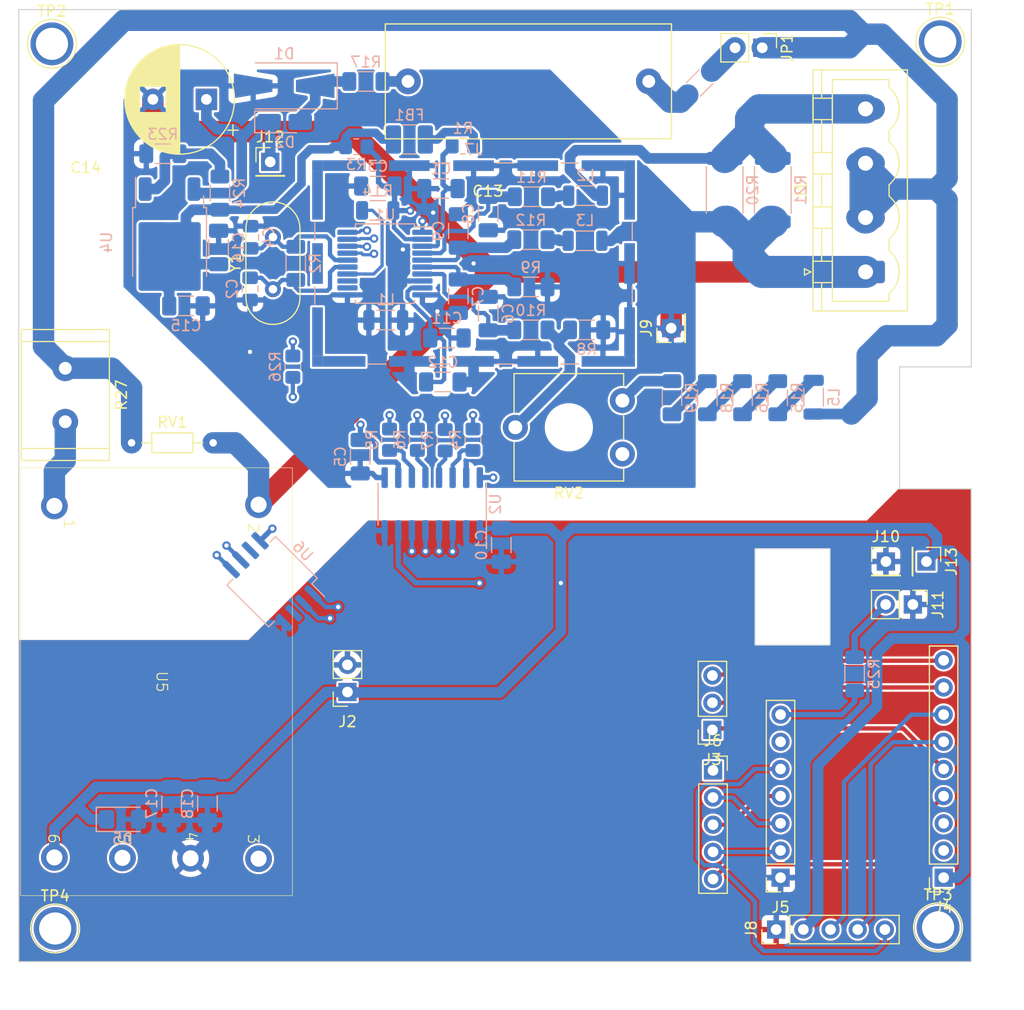
<source format=kicad_pcb>
(kicad_pcb (version 20221018) (generator pcbnew)
  (title_block (title "power-measurement-final") (date "2023-04-28") (rev "v.1") (comment 1 "erste Version"))
  (layers (0 "F.Cu" signal) (1 "In1.Cu" signal) (2 "In2.Cu" signal) (31 "B.Cu" signal) (34 "B.Paste" user) (35 "F.Paste" user) (36 "B.SilkS" user "B.Silkscreen") (37 "F.SilkS" user "F.Silkscreen") (38 "B.Mask" user) (39 "F.Mask" user) (44 "Edge.Cuts" user))
  (net 0 "")
  (net 1 "/OSC1")
  (net 2 "GNDD")
  (net 3 "/OSC2")
  (net 4 "/CH0-")
  (net 5 "GNDA")
  (net 6 "/CH0+")
  (net 7 "/CH1+")
  (net 8 "/CH1-")
  (net 9 "Net-(U1-REFIN+{slash}OUT)")
  (net 10 "/3V3A")
  (net 11 "/3V3D")
  (net 12 "+3.3V")
  (net 13 "Net-(FB1-Pad1)")
  (net 14 "/current_pos")
  (net 15 "Net-(L2-Pad2)")
  (net 16 "Net-(L3-Pad2)")
  (net 17 "/voltage_pos")
  (net 18 "/~{RESET}")
  (net 19 "GND")
  (net 20 "/PA6")
  (net 21 "/PA7")
  (net 22 "/RxD{slash}PB3")
  (net 23 "/TxD{slash}PB2")
  (net 24 "/SDA{slash}XCK{slash}PB1")
  (net 25 "/SCL{slash}XDIR{slash}PB0")
  (net 26 "/RESET-UDPI")
  (net 27 "/SDO_MCP")
  (net 28 "Net-(U2-B4)")
  (net 29 "/GPIO0")
  (net 30 "/GPIO1")
  (net 34 "/SCK_MCP")
  (net 35 "Net-(U2-B2)")
  (net 36 "/SDI_MCP")
  (net 37 "Net-(U2-B3)")
  (net 38 "/~{CS}_MCP")
  (net 39 "Net-(U2-B1)")
  (net 42 "/~{DR}_MCP")
  (net 43 "/x_cap_out")
  (net 44 "Net-(D1-K)")
  (net 45 "HIGH_in")
  (net 46 "Net-(U6-SCL2)")
  (net 47 "+5V")
  (net 48 "Net-(R15-Pad2)")
  (net 49 "Net-(C13-Pad1)")
  (net 50 "Net-(L5-Pad2)")
  (net 51 "Net-(R18-Pad2)")
  (net 52 "Net-(R19-Pad2)")
  (net 53 "Net-(R16-Pad2)")
  (net 54 "Net-(U4-ADJ)")
  (net 56 "Net-(JP1-B)")
  (net 57 "/CS_adc")
  (net 58 "/CS_funk")
  (net 59 "/MOSI")
  (net 60 "/MISO")
  (net 61 "/SCK")
  (net 62 "Net-(J11-Pin_2)")
  (net 63 "/LM317_input")
  (net 66 "Net-(R27-Pad2)")
  (footprint "Connector_PinHeader_2.54mm:PinHeader_1x01_P2.54mm_Vertical" (layer "F.Cu") (at 177.927 109.4994)
    (fp_text reference "J10")
    (fp_text value "Conn_01x01_Pin")
  )
  (footprint "Capacitor_THT:C_Rect_L26.5mm_W10.5mm_P22.50mm_MKS4" (layer "F.Cu") (at 155.77 64.61 180)
    (fp_text reference "C13")
    (fp_text value "820n/530")
  )
  (footprint "Connector_PinSocket_2.54mm:PinSocket_1x02_P2.54mm_Vertical" (layer "F.Cu") (at 127.61465 121.69666 180)
    (fp_text reference "J2")
    (fp_text value "Conn_01x02_Socket")
  )
  (footprint "Connector_PinHeader_2.54mm:PinHeader_1x01_P2.54mm_Vertical" (layer "F.Cu") (at 120.396 72.136)
    (fp_text reference "J12")
    (fp_text value "Conn_01x01_Pin")
  )
  (footprint "Connector_PinSocket_2.54mm:PinSocket_1x09_P2.54mm_Vertical" (layer "F.Cu") (at 183.32 139.05 180)
    (fp_text reference "J4")
    (fp_text value "Conn_01x07_Socket")
  )
  (footprint "Connector_PinHeader_2.54mm:PinHeader_1x01_P2.54mm_Vertical" (layer "F.Cu") (at 181.7116 109.4994 -90)
    (fp_text reference "J13")
    (fp_text value "Conn_01x01_Pin")
  )
  (footprint "Potentiometer_THT:Potentiometer_ACP_CA9-V10_Vertical_Hole" (layer "F.Cu") (at 153.3 94.45 180)
    (fp_text reference "RV2")
    (fp_text value "R_Potentiometer")
  )
  (footprint "Connector_PinHeader_2.54mm:PinHeader_1x05_P2.54mm_Vertical" (layer "F.Cu") (at 167.67 143.9 90)
    (fp_text reference "J8")
    (fp_text value "Conn_01x03_Socket")
  )
  (footprint "TestPoint:TestPoint_Plated_Hole_D3.0mm" (layer "F.Cu") (at 182.8 143.7)
    (fp_text reference "TP3")
    (fp_text value "TestPoint")
  )
  (footprint "TestPoint:TestPoint_Plated_Hole_D3.0mm" (layer "F.Cu") (at 183 60.9)
    (fp_text reference "TP1")
    (fp_text value "TestPoint")
  )
  (footprint "Connector_PinHeader_2.54mm:PinHeader_1x01_P2.54mm_Vertical" (layer "F.Cu") (at 157.861 87.6808 90)
    (fp_text reference "J9")
    (fp_text value "Conn_01x01_Pin")
  )
  (footprint "Capacitor_THT:CP_Radial_D10.0mm_P5.00mm" (layer "F.Cu") (at 114.432477 66.294 180)
    (fp_text reference "C14")
    (fp_text value "470u")
  )
  (footprint "TestPoint:TestPoint_Plated_Hole_D3.0mm" (layer "F.Cu") (at 100.3 143.8)
    (fp_text reference "TP4")
    (fp_text value "TestPoint")
  )
  (footprint "Connector_PinSocket_2.54mm:PinSocket_1x03_P2.54mm_Vertical" (layer "F.Cu") (at 161.71465 125.23666 180)
    (fp_text reference "J3")
    (fp_text value "Conn_01x03_Socket")
  )
  (footprint "Resistor_THT:R_Axial_DIN0204_L3.6mm_D1.6mm_P7.62mm_Horizontal" (layer "F.Cu") (at 107.442 98.3996)
    (fp_text reference "RV1")
    (fp_text value "B72214S0551K101")
  )
  (footprint "Connector_PinHeader_2.54mm:PinHeader_1x02_P2.54mm_Vertical" (layer "F.Cu") (at 180.4466 113.5126 -90)
    (fp_text reference "J11")
    (fp_text value "Conn_01x02_Pin")
  )
  (footprint "Crystal:Crystal_HC49-4H_Vertical" (layer "F.Cu") (at 120.6492 84.0412 90)
    (fp_text reference "Y1")
    (fp_text value "10M")
  )
  (footprint "Connector_PinSocket_2.54mm:PinSocket_1x07_P2.54mm_Vertical" (layer "F.Cu") (at 168.08 139.05 180)
    (fp_text reference "J5")
    (fp_text value "Conn_01x07_Socket")
  )
  (footprint "Connector_PinHeader_2.54mm:PinHeader_1x02_P2.54mm_Vertical" (layer "F.Cu") (at 166.37 61.468 -90)
    (fp_text reference "JP1")
    (fp_text value "cap psu jp")
  )
  (footprint "Resistor_THT:R_Radial_Power_L12.0mm_W8.0mm_P5.00mm" (layer "F.Cu") (at 101.2444 91.4292 -90)
    (fp_text reference "R27")
    (fp_text value "6.8")
  )
  (footprint "Connector_PinSocket_2.54mm:PinSocket_1x05_P2.54mm_Vertical" (layer "F.Cu") (at 161.77 129.02)
    (fp_text reference "J6")
    (fp_text value "Conn_01x05_Socket")
  )
  (footprint "TestPoint:TestPoint_Plated_Hole_D3.0mm" (layer "F.Cu") (at 100 61.1)
    (fp_text reference "TP2")
    (fp_text value "TestPoint")
  )
  (footprint "Power_Supply:RS_2333523" (layer "F.Cu") (at 109.7684 120.73 -90)
    (fp_text reference "U5")
    (fp_text value "~")
  )
  (footprint "Connector_Phoenix_MSTB:PhoenixContact_MSTBVA_2,5_4-G-5,08_1x04_P5.08mm_Vertical" (layer "F.Cu") (at 176.022 82.423 90)
    (fp_text reference "J1")
    (fp_text value "Screw_Terminal_01x04")
  )
  (footprint "Capacitor_SMD:C_1206_3216Metric_Pad1.33x1.80mm_HandSolder" (layer "B.Cu") (at 114.5286 132.1177 -90)
    (fp_text reference "C18")
    (fp_text value "10u")
  )
  (footprint "Resistor_SMD:R_2512_6332Metric" (layer "B.Cu") (at 162.8555 74.7725 90)
    (fp_text reference "R20")
    (fp_text value "100m")
  )
  (footprint "Capacitor_SMD:C_1206_3216Metric_Pad1.33x1.80mm_HandSolder" (layer "B.Cu") (at 128.8034 99.6932 -90)
    (fp_text reference "C5")
    (fp_text value "100n")
  )
  (footprint "Resistor_SMD:R_1206_3216Metric_Pad1.30x1.75mm_HandSolder" (layer "B.Cu") (at 144.8036 75.3936 180)
    (fp_text reference "R11")
    (fp_text value "1k")
  )
  (footprint "Resistor_SMD:R_0805_2012Metric_Pad1.20x1.40mm_HandSolder" (layer "B.Cu") (at 139.3444 98.1108 -90)
    (fp_text reference "R4")
    (fp_text value "10E")
  )
  (footprint "Resistor_SMD:R_0805_2012Metric_Pad1.20x1.40mm_HandSolder" (layer "B.Cu") (at 131.5444 98.1108 -90)
    (fp_text reference "R5")
    (fp_text value "10E")
  )
  (footprint "Resistor_SMD:R_1206_3216Metric_Pad1.30x1.75mm_HandSolder" (layer "B.Cu") (at 164.5278 94.183 90)
    (fp_text reference "R16")
    (fp_text value "150k")
  )
  (footprint "Resistor_SMD:R_1206_3216Metric_Pad1.30x1.75mm_HandSolder" (layer "B.Cu") (at 122.7828 81.6205 90)
    (fp_text reference "R2")
    (fp_text value "1.2M")
  )
  (footprint "Capacitor_SMD:C_1206_3216Metric_Pad1.33x1.80mm_HandSolder" (layer "B.Cu") (at 136.9052 88.6016 180)
    (fp_text reference "C11")
    (fp_text value "100n")
  )
  (footprint "Resistor_SMD:R_1206_3216Metric_Pad1.30x1.75mm_HandSolder" (layer "B.Cu") (at 157.9358 94.183 90)
    (fp_text reference "R19")
    (fp_text value "180k")
  )
  (footprint "Capacitor_SMD:C_1206_3216Metric_Pad1.33x1.80mm_HandSolder" (layer "B.Cu") (at 115.57 80.137 90)
    (fp_text reference "C16")
    (fp_text value "10u")
  )
  (footprint "Package_SO:SOIC-16_3.9x9.9mm_P1.27mm" (layer "B.Cu") (at 135.5344 104.1258 90)
    (fp_text reference "U2")
    (fp_text value "Si8641BA-B-IU")
  )
  (footprint "Package_TO_SOT_SMD:TO-252-2" (layer "B.Cu") (at 110.992 79.716 -90)
    (fp_text reference "U4")
    (fp_text value "LM317_TO-252")
  )
  (footprint "Capacitor_SMD:C_1206_3216Metric_Pad1.33x1.80mm_HandSolder" (layer "B.Cu") (at 112.522 85.598)
    (fp_text reference "C15")
    (fp_text value "100n")
  )
  (footprint "Resistor_SMD:R_1206_3216Metric_Pad1.30x1.75mm_HandSolder" (layer "B.Cu") (at 144.7528 83.8264 180)
    (fp_text reference "R9")
    (fp_text value "1k")
  )
  (footprint "Inductor_SMD:L_1206_3216Metric" (layer "B.Cu") (at 160.528 64.77 -135)
    (fp_text reference "L4" hide)
    (fp_text value "150n/300m")
  )
  (footprint "Capacitor_SMD:C_1206_3216Metric_Pad1.33x1.80mm_HandSolder" (layer "B.Cu") (at 140.7656 86.3156 90)
    (fp_text reference "C6")
    (fp_text value "100n")
  )
  (footprint "Capacitor_SMD:C_1206_3216Metric_Pad1.33x1.80mm_HandSolder" (layer "B.Cu") (at 137.9716 78.594 -90)
    (fp_text reference "C9")
    (fp_text value "100n")
  )
  (footprint "Inductor_SMD:L_1210_3225Metric_Pad1.42x2.65mm_HandSolder" (layer "B.Cu") (at 133.4 70.04 180)
    (fp_text reference "FB1")
    (fp_text value "FerriteBead" hide)
  )
  (footprint "Resistor_SMD:R_1206_3216Metric_Pad1.30x1.75mm_HandSolder" (layer "B.Cu") (at 144.7528 79.4068 180)
    (fp_text reference "R12")
    (fp_text value "1k")
  )
  (footprint "Resistor_SMD:R_1206_3216Metric_Pad1.30x1.75mm_HandSolder" (layer "B.Cu") (at 110.363 71.374 180)
    (fp_text reference "R23")
    (fp_text value "1k5")
  )
  (footprint "Diode_SMD:D_SMA-SMB_Universal_Handsoldering" (layer "B.Cu") (at 121.7 65.03 180)
    (fp_text reference "D1")
    (fp_text value "BZG03C15G")
  )
  (footprint "Diode_SMD:D_1206_3216Metric_Pad1.42x1.75mm_HandSolder" (layer "B.Cu") (at 106.6 133.6)
    (fp_text reference "D5")
    (fp_text value "D_Zener_Small")
  )
  (footprint "Capacitor_SMD:C_1206_3216Metric_Pad1.33x1.80mm_HandSolder" (layer "B.Cu") (at 136.525 92.71 180)
    (fp_text reference "C12")
    (fp_text value "100n")
  )
  (footprint "Inductor_SMD:L_1206_3216Metric" (layer "B.Cu") (at 149.8078 79.5084 180)
    (fp_text reference "L3")
    (fp_text value "150n/300m")
  )
  (footprint "Resistor_SMD:R_1206_3216Metric_Pad1.30x1.75mm_HandSolder" (layer "B.Cu") (at 175 120 90)
    (fp_text reference "R25")
    (fp_text value "330")
  )
  (footprint "Capacitor_SMD:C_1206_3216Metric_Pad1.33x1.80mm_HandSolder" (layer "B.Cu") (at 140.7656 76.9684 -90)
    (fp_text reference "C8")
    (fp_text value "100n")
  )
  (footprint "RF_Shielding:Laird_Technologies_BMI-S-209-F_29.36x18.50mm" (layer "B.Cu") (at 139.3948 81.636 180)
    (fp_text reference "J7")
    (fp_text value "RFShield_OnePiece")
  )
  (footprint "Resistor_SMD:R_1206_3216Metric_Pad1.30x1.75mm_HandSolder" (layer "B.Cu") (at 144.7528 87.8396 180)
    (fp_text reference "R10")
    (fp_text value "1k")
  )
  (footprint "Resistor_SMD:R_2512_6332Metric" (layer "B.Cu") (at 167.3555 74.7725 90)
    (fp_text reference "R21")
    (fp_text value "100m")
  )
  (footprint "Resistor_SMD:R_0805_2012Metric_Pad1.20x1.40mm_HandSolder" (layer "B.Cu") (at 136.7444 98.1608 -90)
    (fp_text reference "R7")
    (fp_text value "10E")
  )
  (footprint "Resistor_SMD:R_1206_3216Metric" (layer "B.Cu") (at 130.44 76.67 180)
    (fp_text reference "R14")
    (fp_text value "100k")
  )
  (footprint "Resistor_SMD:R_1206_3216Metric_Pad1.30x1.75mm_HandSolder" (layer "B.Cu") (at 167.8178 94.183 90)
    (fp_text reference "R15")
    (fp_text value "150k")
  )
  (footprint "Resistor_SMD:R_0805_2012Metric_Pad1.20x1.40mm_HandSolder" (layer "B.Cu") (at 134.1444 98.1108 -90)
    (fp_text reference "R6")
    (fp_text value "10E")
  )
  (footprint "Resistor_SMD:R_1206_3216Metric_Pad1.30x1.75mm_HandSolder" (layer "B.Cu") (at 129.3368 64.6176 180)
    (fp_text reference "R17")
    (fp_text value "100E")
  )
  (footprint "Capacitor_SMD:C_1206_3216Metric_Pad1.33x1.80mm_HandSolder" (layer "B.Cu") (at 111.1786 132.1177 -90)
    (fp_text reference "C17")
    (fp_text value "100n")
  )
  (footprint "Inductor_SMD:L_1206_3216Metric" (layer "B.Cu") (at 149.8586 75.292 180)
    (fp_text reference "L2")
    (fp_text value "150n/300m")
  )
  (footprint "Resistor_SMD:R_0805_2012Metric_Pad1.20x1.40mm_HandSolder" (layer "B.Cu") (at 122.51 91.28 -90)
    (fp_text reference "R26")
    (fp_text value "10E")
  )
  (footprint "Resistor_SMD:R_1206_3216Metric_Pad1.30x1.75mm_HandSolder" (layer "B.Cu") (at 115.697 75.057 90)
    (fp_text reference "R24")
    (fp_text value "910")
  )
  (footprint "Diode_SMD:D_MicroMELF_Handsoldering" (layer "B.Cu") (at 121.75 68.4)
    (fp_text reference "D2")
    (fp_text value "MRA4005T3G")
  )
  (footprint "Inductor_SMD:L_1206_3216Metric" (layer "B.Cu") (at 131.191 86.9252 180)
    (fp_text reference "L1")
    (fp_text value "150n/300m")
  )
  (footprint "Resistor_SMD:R_0805_2012Metric_Pad1.20x1.40mm_HandSolder" (layer "B.Cu") (at 138.4 70.65 180)
    (fp_text reference "R1")
    (fp_text value "10E")
  )
  (footprint "Resistor_SMD:R_0805_2012Metric_Pad1.20x1.40mm_HandSolder" (layer "B.Cu") (at 128.44 70.72)
    (fp_text reference "R3")
    (fp_text value "10E")
  )
  (footprint "Package_SO:SO-8_5.3x6.2mm_P1.27mm" (layer "B.Cu") (at 120.5738 111.379 135)
    (fp_text reference "U6")
    (fp_text value "ADuM1250")
  )
  (footprint "Resistor_SMD:R_1206_3216Metric_Pad1.30x1.75mm_HandSolder" (layer "B.Cu") (at 161.2378 94.183 90)
    (fp_text reference "R18")
    (fp_text value "180k")
  )
  (footprint "Capacitor_SMD:C_0805_2012Metric_Pad1.18x1.45mm_HandSolder" (layer "B.Cu") (at 118.5156 84.0081 -90)
    (fp_text reference "C2")
    (fp_text value "18p")
  )
  (footprint "Capacitor_SMD:C_1206_3216Metric_Pad1.33x1.80mm_HandSolder" (layer "B.Cu") (at 137.9716 84.69 90)
    (fp_text reference "C7")
    (fp_text value "100n")
  )
  (footprint "Capacitor_SMD:C_0805_2012Metric_Pad1.18x1.45mm_HandSolder" (layer "B.Cu") (at 118.5664 79.1821 90)
    (fp_text reference "C4")
    (fp_text value "18p")
  )
  (footprint "Package_SO:SSOP-20_5.3x7.2mm_P0.65mm" (layer "B.Cu") (at 131.1136 81.642 180)
    (fp_text reference "U1")
    (fp_text value "MCP3911A0-E-SS")
  )
  (footprint "Capacitor_SMD:C_1206_3216Metric_Pad1.33x1.80mm_HandSolder" (layer "B.Cu") (at 130.4536 74.3966 180)
    (fp_text reference "C3")
    (fp_text value "100n")
  )
  (footprint "Inductor_SMD:L_1206_3216Metric" (layer "B.Cu") (at 171.1706 94.1324 90)
    (fp_text reference "L5")
    (fp_text value "150n/300m")
  )
  (footprint "Resistor_SMD:R_1206_3216Metric_Pad1.30x1.75mm_HandSolder" (layer "B.Cu") (at 149.9604 87.8396)
    (fp_text reference "R8")
    (fp_text value "1k")
  )
  (footprint "Capacitor_SMD:C_1206_3216Metric_Pad1.33x1.80mm_HandSolder" (layer "B.Cu") (at 136.3464 74.6316 180)
    (fp_text reference "C1")
    (fp_text value "100n")
  )
  (footprint "Capacitor_SMD:C_1206_3216Metric_Pad1.33x1.80mm_HandSolder" (layer "B.Cu") (at 141.986 107.95 -90)
    (fp_text reference "C10")
    (fp_text value "100n")
  )
  (gr_line (start 96.9 57.9) (end 96.9 146.9) (stroke (width 0.1)) (layer "Edge.Cuts"))
  (gr_line (start 185.9 91.3) (end 179.2 91.3) (stroke (width 0.1)) (layer "Edge.Cuts"))
  (gr_rect (start 165.7 108.3) (end 172.7 117.3) (stroke (width 0.1)) (fill none) (layer "Edge.Cuts"))
  (gr_line (start 185.9 102.7) (end 185.9 103.6) (stroke (width 0.1)) (layer "Edge.Cuts"))
  (gr_line (start 185.9 57.9) (end 185.9 91.3) (stroke (width 0.1)) (layer "Edge.Cuts"))
  (gr_line (start 185.9 103.6) (end 185.9 146.9) (stroke (width 0.1)) (layer "Edge.Cuts"))
  (gr_line (start 179.2 91.3) (end 179.2 102.7) (stroke (width 0.1)) (layer "Edge.Cuts"))
  (gr_line (start 179.2 102.7) (end 185.9 102.7) (stroke (width 0.1)) (layer "Edge.Cuts"))
  (gr_line (start 185.9 146.9) (end 96.9 146.9) (stroke (width 0.1)) (layer "Edge.Cuts"))
  (gr_line (start 185.9 57.9) (end 96.9 57.9) (stroke (width 0.1)) (layer "Edge.Cuts"))
  (segment (start 119.5786 82.9706) (end 120.6492 84.0412) (width 0.4) (layer "B.Cu") (net 1))
  (segment (start 126.471 81.967) (end 125.9832 82.4548) (width 0.4) (layer "B.Cu") (net 1))
  (segment (start 118.5156 82.9706) (end 119.5786 82.9706) (width 0.4) (layer "B.Cu") (net 1))
  (segment (start 123.0876 84.182) (end 122.7828 83.8772) (width 0.4) (layer "B.Cu") (net 1))
  (segment (start 121.5199 83.1705) (end 120.6492 84.0412) (width 0.4) (layer "B.Cu") (net 1))
  (segment (start 127.6136 81.967) (end 126.471 81.967) (width 0.4) (layer "B.Cu") (net 1))
  (segment (start 125.9832 83.928) (end 125.7292 84.182) (width 0.4) (layer "B.Cu") (net 1))
  (segment (start 125.7292 84.182) (end 123.0876 84.182) (width 0.4) (layer "B.Cu") (net 1))
  (segment (start 122.7828 83.1705) (end 121.5199 83.1705) (width 0.4) (layer "B.Cu") (net 1))
  (segment (start 125.9832 82.4548) (end 125.9832 83.928) (width 0.4) (layer "B.Cu") (net 1))
  (segment (start 122.7828 83.8772) (end 122.7828 83.1705) (width 0.4) (layer "B.Cu") (net 1))
  (segment (start 160.4 82.423) (end 159.677 82.423) (width 2) (layer "F.Cu") (net 2))
  (segment (start 157.861 84.239) (end 157.861 87.6808) (width 2) (layer "F.Cu") (net 2))
  (segment (start 109.432477 68.332477) (end 109.432477 66.294) (width 2) (layer "F.Cu") (net 2))
  (segment (start 176.022 82.423) (end 160.4 82.423) (width 2) (layer "F.Cu") (net 2))
  (segment (start 159.677 82.423) (end 157.861 84.239) (width 2) (layer "F.Cu") (net 2))
  (segment (start 141.0654 82.423) (end 127.9424 69.3) (width 2) (layer "F.Cu") (net 2))
  (segment (start 156.045 82.423) (end 157.861 84.239) (width 2) (layer "F.Cu") (net 2))
  (segment (start 154 82.423) (end 141.0654 82.423) (width 2) (layer "F.Cu") (net 2))
  (segment (start 141.0654 82.423) (end 119.3084 104.18) (width 2) (layer "F.Cu") (net 2))
  (segment (start 127.9424 69.3) (end 110.4 69.3) (width 2) (layer "F.Cu") (net 2))
  (segment (start 110.4 69.3) (end 109.432477 68.332477) (width 2) (layer "F.Cu") (net 2))
  (segment (start 154 82.423) (end 156.045 82.423) (width 2) (layer "F.Cu") (net 2))
  (via blind (at 118.5 89.9) (size 0.8) (drill 0.4) (layers "In2.Cu" "B.Cu") (net 2))
  (via blind (at 115.4 108.9) (size 0.8) (drill 0.4) (layers "In2.Cu" "B.Cu") (net 2))
  (segment (start 116.751888 110.251165) (end 116.751165 110.251165) (width 0.4) (layer "B.Cu") (net 2))
  (segment (start 116.751165 110.251165) (end 115.4 108.9) (width 0.4) (layer "B.Cu") (net 2))
  (segment (start 165.1 81.153) (end 166.37 82.423) (width 3) (layer "B.Cu") (net 2))
  (segment (start 165.1 79.756) (end 165.1 81.153) (width 3) (layer "B.Cu") (net 2))
  (segment (start 117.1032 98.3996) (end 119.3084 100.6048) (width 2) (layer "B.Cu") (net 2))
  (segment (start 129.9323 101.2557) (end 128.8034 101.2557) (width 0.5) (layer "B.Cu") (net 2))
  (segment (start 152.2412 79.5084) (end 151.3828 79.5084) (width 1) (layer "B.Cu") (net 2))
  (segment (start 166.37 82.423) (end 176.022 82.423) (width 3) (layer "B.Cu") (net 2))
  (segment (start 165.1 79.756) (end 167.121 77.735) (width 3) (layer "B.Cu") (net 2))
  (segment (start 130.3274 101.6508) (end 129.9323 101.2557) (width 0.5) (layer "B.Cu") (net 2))
  (segment (start 131.0894 101.6508) (end 130.3274 101.6508) (width 0.5) (layer "B.Cu") (net 2))
  (segment (start 154.8892 78.6384) (end 153.1112 78.6384) (width 1) (layer "B.Cu") (net 2))
  (segment (start 115.062 98.3996) (end 117.1032 98.3996) (width 2) (layer "B.Cu") (net 2))
  (segment (start 163.079 77.735) (end 165.1 79.756) (width 3) (layer "B.Cu") (net 2))
  (segment (start 167.121 77.735) (end 167.3555 77.735) (width 3) (layer "B.Cu") (net 2))
  (segment (start 153.1112 78.6384) (end 152.2412 79.5084) (width 1) (layer "B.Cu") (net 2))
  (segment (start 162.8555 77.735) (end 156.1748 77.735) (width 2) (layer "B.Cu") (net 2))
  (segment (start 162.8555 77.735) (end 163.079 77.735) (width 3) (layer "B.Cu") (net 2))
  (segment (start 119.3084 104.18) (end 119.3084 100.6048) (width 2) (layer "B.Cu") (net 2))
  (segment (start 155.8036 77.724) (end 154.8892 78.6384) (width 1) (layer "B.Cu") (net 2))
  (segment (start 119.5908 80.2196) (end 120.6492 79.1612) (width 0.4) (layer "B.Cu") (net 3))
  (segment (start 123.0876 79.102) (end 125.6276 79.102) (width 0.4) (layer "B.Cu") (net 3))
  (segment (start 125.9832 80.8292) (end 126.471 81.317) (width 0.4) (layer "B.Cu") (net 3))
  (segment (start 125.9832 79.4576) (end 125.9832 80.8292) (width 0.4) (layer "B.Cu") (net 3))
  (segment (start 118.5664 80.2196) (end 119.5908 80.2196) (width 0.4) (layer "B.Cu") (net 3))
  (segment (start 122.7828 80.0705) (end 122.7828 79.4068) (width 0.4) (layer "B.Cu") (net 3))
  (segment (start 122.7828 79.4068) (end 123.0876 79.102) (width 0.4) (layer "B.Cu") (net 3))
  (segment (start 125.6276 79.102) (end 125.9832 79.4576) (width 0.4) (layer "B.Cu") (net 3))
  (segment (start 126.471 81.317) (end 127.6136 81.317) (width 0.4) (layer "B.Cu") (net 3))
  (segment (start 122.7828 80.0705) (end 121.5585 80.0705) (width 0.4) (layer "B.Cu") (net 3))
  (segment (start 121.5585 80.0705) (end 120.6492 79.1612) (width 0.4) (layer "B.Cu") (net 3))
  (segment (start 142.4543 80.1565) (end 137.9716 80.1565) (width 1) (layer "B.Cu") (net 4))
  (segment (start 137.7378 81.317) (end 137.9716 81.0832) (width 0.4) (layer "B.Cu") (net 4))
  (segment (start 134.6136 81.317) (end 137.7378 81.317) (width 0.4) (layer "B.Cu") (net 4))
  (segment (start 143.2028 79.408) (end 142.4543 80.1565) (width 1) (layer "B.Cu") (net 4))
  (segment (start 143.2028 79.4068) (end 143.2028 79.408) (width 1) (layer "B.Cu") (net 4))
  (segment (start 137.9716 81.0832) (end 137.9716 80.1565) (width 0.4) (layer "B.Cu") (net 4))
  (via blind (at 135.62 76.88) (size 0.8) (drill 0.4) (layers "In2.Cu" "B.Cu") (net 5))
  (via blind (at 136.017 86.106) (size 0.8) (drill 0.4) (layers "In2.Cu" "B.Cu") (net 5))
  (via blind (at 139.394 81.636) (size 0.8) (drill 0.4) (layers "In2.Cu" "B.Cu") (net 5))
  (via blind (at 132.7904 80.3212) (size 0.8) (drill 0.4) (layers "In2.Cu" "B.Cu") (net 5))
  (segment (start 137.9716 77.0315) (end 137.9795 77.0315) (width 0.4) (layer "B.Cu") (net 5))
  (segment (start 133.3948 90.786) (end 133.3948 92.0944) (width 1) (layer "B.Cu") (net 5))
  (segment (start 139.3948 75.6162) (end 139.3948 72.486) (width 0.4) (layer "B.Cu") (net 5))
  (segment (start 133.3948 92.0944) (end 133.4008 92.1004) (width 1) (layer "B.Cu") (net 5))
  (segment (start 137.9795 77.0315) (end 139.3948 75.6162) (width 0.4) (layer "B.Cu") (net 5))
  (segment (start 139.3948 92.3802) (end 139.3948 90.786) (width 1) (layer "B.Cu") (net 5))
  (segment (start 138.0875 92.71) (end 139.065 92.71) (width 1) (layer "B.Cu") (net 5))
  (segment (start 139.065 92.71) (end 139.3948 92.3802) (width 1) (layer "B.Cu") (net 5))
  (segment (start 136.6716 80.311862) (end 136.6716 78.9288) (width 0.4) (layer "B.Cu") (net 6))
  (segment (start 134.6136 80.667) (end 136.316462 80.667) (width 0.4) (layer "B.Cu") (net 6))
  (segment (start 140.41 76.9684) (end 140.7656 76.6128) (width 0.4) (layer "B.Cu") (net 6))
  (segment (start 140.7656 76.6128) (end 140.7656 75.4059) (width 0.4) (layer "B.Cu") (net 6))
  (segment (start 139.394 77.4764) (end 139.902 76.9684) (width 0.4) (layer "B.Cu") (net 6))
  (segment (start 136.316462 80.667) (end 136.6716 80.311862) (width 0.4) (layer "B.Cu") (net 6))
  (segment (start 137.0064 78.594) (end 138.9368 78.594) (width 0.4) (layer "B.Cu") (net 6))
  (segment (start 139.394 78.1368) (end 139.394 77.4764) (width 0.4) (layer "B.Cu") (net 6))
  (segment (start 143.2536 75.3936) (end 140.7779 75.3936) (width 1) (layer "B.Cu") (net 6))
  (segment (start 140.7779 75.3936) (end 140.7656 75.4059) (width 1) (layer "B.Cu") (net 6))
  (segment (start 139.902 76.9684) (end 140.41 76.9684) (width 0.4) (layer "B.Cu") (net 6))
  (segment (start 138.9368 78.594) (end 139.394 78.1368) (width 0.4) (layer "B.Cu") (net 6))
  (segment (start 136.6716 78.9288) (end 137.0064 78.594) (width 0.4) (layer "B.Cu") (net 6))
  (segment (start 140.41 86.2648) (end 140.7656 86.6204) (width 0.4) (layer "B.Cu") (net 7))
  (segment (start 139.394 85.363239) (end 139.394 85.96) (width 0.4) (layer "B.Cu") (net 7))
  (segment (start 134.6136 82.617) (end 136.5082 82.617) (width 0.4) (layer "B.Cu") (net 7))
  (segment (start 143.1643 87.8781) (end 143.2028 87.8396) (width 1) (layer "B.Cu") (net 7))
  (segment (start 139.6988 86.2648) (end 140.41 86.2648) (width 0.4) (layer "B.Cu") (net 7))
  (segment (start 139.394 85.96) (end 139.6988 86.2648) (width 0.4) (layer "B.Cu") (net 7))
  (segment (start 136.6716 82.7804) (end 136.6716 84.3552) (width 0.4) (layer "B.Cu") (net 7))
  (segment (start 137.0572 84.7408) (end 138.771561 84.7408) (width 0.4) (layer "B.Cu") (net 7))
  (segment (start 140.7656 86.6204) (end 140.7656 87.8781) (width 0.4) (layer "B.Cu") (net 7))
  (segment (start 140.7656 87.8781) (end 143.1643 87.8781) (width 1) (layer "B.Cu") (net 7))
  (segment (start 138.771561 84.7408) (end 139.394 85.363239) (width 0.4) (layer "B.Cu") (net 7))
  (segment (start 136.6716 84.3552) (end 137.0572 84.7408) (width 0.4) (layer "B.Cu") (net 7))
  (segment (start 136.5082 82.617) (end 136.6716 82.7804) (width 0.4) (layer "B.Cu") (net 7))
  (segment (start 143.2028 83.8252) (end 142.5051 83.1275) (width 1) (layer "B.Cu") (net 8))
  (segment (start 137.9716 82.2008) (end 137.9716 83.1275) (width 0.4) (layer "B.Cu") (net 8))
  (segment (start 134.6136 81.967) (end 137.7378 81.967) (width 0.4) (layer "B.Cu") (net 8))
  (segment (start 143.2028 83.8264) (end 143.2028 83.8252) (width 1) (layer "B.Cu") (net 8))
  (segment (start 142.5051 83.1275) (end 137.9716 83.1275) (width 1) (layer "B.Cu") (net 8))
  (segment (start 137.7378 81.967) (end 137.9716 82.2008) (width 0.4) (layer "B.Cu") (net 8))
  (segment (start 136.652 88.9) (end 136.652 92.456) (width 0.4) (layer "B.Cu") (net 9))
  (segment (start 134.6136 83.917) (end 133.571138 83.917) (width 0.4) (layer "B.Cu") (net 9))
  (segment (start 136.652 92.456) (end 136.398 92.71) (width 0.4) (layer "B.Cu") (net 9))
  (segment (start 133.223 84.868862) (end 135.3427 86.988562) (width 0.4) (layer "B.Cu") (net 9))
  (segment (start 136.398 92.71) (end 134.9625 92.71) (width 0.4) (layer "B.Cu") (net 9))
  (segment (start 136.3536 88.6016) (end 136.652 88.9) (width 0.4) (layer "B.Cu") (net 9))
  (segment (start 135.3427 88.6016) (end 136.3536 88.6016) (width 0.4) (layer "B.Cu") (net 9))
  (segment (start 135.3427 86.988562) (end 135.3427 88.6016) (width 0.4) (layer "B.Cu") (net 9))
  (segment (start 133.223 84.265138) (end 133.223 84.868862) (width 0.4) (layer "B.Cu") (net 9))
  (segment (start 133.571138 83.917) (end 133.223 84.265138) (width 0.4) (layer "B.Cu") (net 9))
  (segment (start 137.9089 74.6316) (end 136.9384 74.6316) (width 0.5) (layer "B.Cu") (net 10))
  (segment (start 136.54 71.51) (end 136.54 74.2332) (width 0.5) (layer "B.Cu") (net 10))
  (segment (start 137.4 70.65) (end 136.54 71.51) (width 0.5) (layer "B.Cu") (net 10))
  (segment (start 136.53 75.04) (end 136.9384 74.6316) (width 0.4) (layer "B.Cu") (net 10))
  (segment (start 136.06 78.691872) (end 136.53 78.221872) (width 0.4) (layer "B.Cu") (net 10))
  (segment (start 136.54 74.2332) (end 136.9384 74.6316) (width 0.5) (layer "B.Cu") (net 10))
  (segment (start 135.953 80.017) (end 136.06 79.91) (width 0.4) (layer "B.Cu") (net 10))
  (segment (start 136.06 79.91) (end 136.06 78.691872) (width 0.4) (layer "B.Cu") (net 10))
  (segment (start 134.6136 80.017) (end 135.953 80.017) (width 0.4) (layer "B.Cu") (net 10))
  (segment (start 136.53 78.221872) (end 136.53 75.04) (width 0.4) (layer "B.Cu") (net 10))
  (via blind (at 141.224 101.6508) (size 0.8) (drill 0.4) (layers "In2.Cu" "B.Cu") (net 11))
  (via blind (at 133.48 76.69) (size 0.8) (drill 0.4) (layers "In2.Cu" "B.Cu") (net 11))
  (via blind (at 128.8288 96.6978) (size 0.8) (drill 0.4) (layers "In2.Cu" "B.Cu") (net 11))
  (via blind (at 120.5992 106.426) (size 0.8) (drill 0.4) (layers "In2.Cu" "B.Cu") (net 11))
  (segment (start 133.48 76.69) (end 131.9225 76.69) (width 0.5) (layer "B.Cu") (net 11))
  (segment (start 132.120638 100.192838) (end 132.3594 100.4316) (width 0.5) (layer "B.Cu") (net 11))
  (segment (start 120.5992 106.426) (end 120.577053 106.426) (width 0.5) (layer "B.Cu") (net 11))
  (segment (start 128.8288 98.1053) (end 128.8034 98.1307) (width 0.5) (layer "B.Cu") (net 11))
  (segment (start 130.2512 99.8982) (end 130.545838 100.192838) (width 0.5) (layer "B.Cu") (net 11))
  (segment (start 131.9225 76.69) (end 131.9025 76.67) (width 0.5) (layer "B.Cu") (net 11))
  (segment (start 130.2512 98.4758) (end 130.2512 99.8982) (width 0.5) (layer "B.Cu") (net 11))
  (segment (start 131.96 78.299371) (end 131.96 76.7275) (width 0.4) (layer "B.Cu") (net 11))
  (segment (start 134.6136 79.367) (end 133.027629 79.367) (width 0.4) (layer "B.Cu") (net 11))
  (segment (start 129.44 70.72) (end 130.52 71.8) (width 0.5) (layer "B.Cu") (net 11))
  (segment (start 128.8288 96.6978) (end 128.8288 98.1053) (width 0.5) (layer "B.Cu") (net 11))
  (segment (start 132.0161 74.3966) (end 132.0161 76.5564) (width 0.5) (layer "B.Cu") (net 11))
  (segment (start 133.027629 79.367) (end 131.96 78.299371) (width 0.4) (layer "B.Cu") (net 11))
  (segment (start 131.96 76.7275) (end 131.9025 76.67) (width 0.4) (layer "B.Cu") (net 11))
  (segment (start 132.0161 76.5564) (end 131.9025 76.67) (width 0.5) (layer "B.Cu") (net 11))
  (segment (start 120.577053 106.426) (end 119.445965 107.557088) (width 0.5) (layer "B.Cu") (net 11))
  (segment (start 129.9061 98.1307) (end 130.2512 98.4758) (width 0.5) (layer "B.Cu") (net 11))
  (segment (start 130.52 71.8) (end 130.52 74.0376) (width 0.5) (layer "B.Cu") (net 11))
  (segment (start 130.879 74.3966) (end 132.0161 74.3966) (width 0.5) (layer "B.Cu") (net 11))
  (segment (start 141.224 101.6508) (end 139.9794 101.6508) (width 0.5) (layer "B.Cu") (net 11))
  (segment (start 130.545838 100.192838) (end 132.120638 100.192838) (width 0.5) (layer "B.Cu") (net 11))
  (segment (start 130.52 74.0376) (end 130.879 74.3966) (width 0.5) (layer "B.Cu") (net 11))
  (segment (start 128.8034 98.1307) (end 129.9061 98.1307) (width 0.5) (layer "B.Cu") (net 11))
  (segment (start 132.3594 100.4316) (end 132.3594 101.6508) (width 0.5) (layer "B.Cu") (net 11))
  (segment (start 127.44 69.82) (end 127.84 69.42) (width 0.8) (layer "B.Cu") (net 12))
  (segment (start 127.84 69.42) (end 130.24 69.42) (width 0.8) (layer "B.Cu") (net 12))
  (segment (start 115.697 76.607) (end 113.131 76.607) (width 1) (layer "B.Cu") (net 12))
  (segment (start 110.9595 84.1435) (end 109.467 82.651) (width 1) (layer "B.Cu") (net 12))
  (segment (start 115.57 81.6995) (end 113.4685 81.6995) (width 1) (layer "B.Cu") (net 12))
  (segment (start 123.317 74.168) (end 123.317 71.773) (width 0.8) (layer "B.Cu") (net 12))
  (segment (start 113.4685 81.6995) (end 112.517 82.651) (width 1) (layer "B.Cu") (net 12))
  (segment (start 123.317 71.773) (end 124.13 70.96) (width 0.8) (layer "B.Cu") (net 12))
  (segment (start 120.878 76.607) (end 123.317 74.168) (width 0.8) (layer "B.Cu") (net 12))
  (segment (start 113.131 76.607) (end 112.517 77.221) (width 1) (layer "B.Cu") (net 12))
  (segment (start 112.517 77.221) (end 112.517 79.301) (width 1) (layer "B.Cu") (net 12))
  (segment (start 124.13 70.96) (end 126.05 70.96) (width 0.8) (layer "B.Cu") (net 12))
  (segment (start 130.86 70.04) (end 131.9125 70.04) (width 0.8) (layer "B.Cu") (net 12))
  (segment (start 110.9595 85.598) (end 110.9595 84.1435) (width 1) (layer "B.Cu") (net 12))
  (segment (start 126.05 70.96) (end 126.29 70.72) (width 0.8) (layer "B.Cu") (net 12))
  (segment (start 115.697 76.607) (end 120.878 76.607) (width 0.8) (layer "B.Cu") (net 12))
  (segment (start 126.29 70.72) (end 127.44 70.72) (width 0.8) (layer "B.Cu") (net 12))
  (segment (start 130.24 69.42) (end 130.86 70.04) (width 0.8) (layer "B.Cu") (net 12))
  (segment (start 127.44 70.72) (end 127.44 69.82) (width 0.8) (layer "B.Cu") (net 12))
  (segment (start 136.13 69.917918) (end 136.697918 69.35) (width 0.8) (layer "B.Cu") (net 13))
  (segment (start 136.697918 69.35) (end 139.09 69.35) (width 0.8) (layer "B.Cu") (net 13))
  (segment (start 136.02 70.04) (end 136.13 69.93) (width 0.8) (layer "B.Cu") (net 13))
  (segment (start 134.8875 70.04) (end 136.02 70.04) (width 0.8) (layer "B.Cu") (net 13))
  (segment (start 139.09 69.35) (end 139.4 69.66) (width 0.8) (layer "B.Cu") (net 13))
  (segment (start 136.13 69.93) (end 136.13 69.917918) (width 0.8) (layer "B.Cu") (net 13))
  (segment (start 139.4 69.66) (end 139.4 70.65) (width 0.8) (layer "B.Cu") (net 13))
  (segment (start 151.4336 75.292) (end 150.8062 75.292) (width 1) (layer "B.Cu") (net 14))
  (segment (start 165.1965 69.469) (end 167.3555 71.628) (width 2.75) (layer "B.Cu") (net 14))
  (segment (start 148.4122 72.898) (end 148.4122 71.5772) (width 1) (layer "B.Cu") (net 14))
  (segment (start 166.116 67.183) (end 176.022 67.183) (width 2.75) (layer "B.Cu") (net 14))
  (segment (start 155.6988 71.81) (end 162.8555 71.81) (width 1) (layer "B.Cu") (net 14))
  (segment (start 165.1965 68.1025) (end 166.116 67.183) (width 2.75) (layer "B.Cu") (net 14))
  (segment (start 154.9326 71.0438) (end 155.6988 71.81) (width 1) (layer "B.Cu") (net 14))
  (segment (start 167.3555 71.628) (end 167.3555 71.81) (width 2.75) (layer "B.Cu") (net 14))
  (segment (start 165.1965 68.1025) (end 165.1965 69.469) (width 2.75) (layer "B.Cu") (net 14))
  (segment (start 150.8062 75.292) (end 148.4122 72.898) (width 1) (layer "B.Cu") (net 14))
  (segment (start 148.9456 71.0438) (end 154.9326 71.0438) (width 1) (layer "B.Cu") (net 14))
  (segment (start 148.4122 71.5772) (end 148.9456 71.0438) (width 1) (layer "B.Cu") (net 14))
  (segment (start 165.1965 69.469) (end 162.8555 71.81) (width 2.75) (layer "B.Cu") (net 14))
  (segment (start 147.3188 75.3936) (end 147.4204 75.292) (width 1) (layer "B.Cu") (net 15))
  (segment (start 146.3536 75.3936) (end 147.3188 75.3936) (width 1) (layer "B.Cu") (net 15))
  (segment (start 147.4204 75.292) (end 148.2836 75.292) (width 1) (layer "B.Cu") (net 15))
  (segment (start 146.3028 79.4068) (end 147.3188 79.4068) (width 1) (layer "B.Cu") (net 16))
  (segment (start 147.3188 79.4068) (end 147.4204 79.5084) (width 1) (layer "B.Cu") (net 16))
  (segment (start 147.4204 79.5084) (end 148.2328 79.5084) (width 1) (layer "B.Cu") (net 16))
  (segment (start 143.306 96.9328) (end 148.3868 91.852) (width 1) (layer "B.Cu") (net 17))
  (segment (start 147.3696 89.3632) (end 147.3696 88.9064) (width 1) (layer "B.Cu") (net 17))
  (segment (start 148.3868 90.3804) (end 147.3696 89.3632) (width 1) (layer "B.Cu") (net 17))
  (segment (start 147.3696 88.8804) (end 148.4104 87.8396) (width 1) (layer "B.Cu") (net 17))
  (segment (start 148.3868 91.852) (end 148.3868 90.3804) (width 1) (layer "B.Cu") (net 17))
  (segment (start 146.3028 87.8396) (end 147.3696 88.9064) (width 1) (layer "B.Cu") (net 17))
  (segment (start 147.3696 88.9064) (end 147.3696 88.8804) (width 1) (layer "B.Cu") (net 17))
  (via blind (at 134.617459 77.674497) (size 0.8) (drill 0.4) (layers "In2.Cu" "B.Cu") (net 18))
  (via blind (at 122.51 88.93) (size 0.8) (drill 0.4) (layers "In2.Cu" "B.Cu") (net 18))
  (segment (start 134.6136 77.678356) (end 134.6136 78.717) (width 0.4) (layer "B.Cu") (net 18))
  (segment (start 134.617459 77.674497) (end 134.6136 77.678356) (width 0.4) (layer "B.Cu") (net 18))
  (segment (start 122.51 90.28) (end 122.51 88.93) (width 0.4) (layer "B.Cu") (net 18))
  (segment (start 111.1786 133.6802) (end 111.1786 135.4702) (width 1) (layer "B.Cu") (net 19))
  (segment (start 138.7094 107.7214) (end 140.5005 109.5125) (width 0.5) (layer "B.Cu") (net 19))
  (segment (start 114.5286 135.6598) (end 112.9484 137.24) (width 1) (layer "B.Cu") (net 19))
  (segment (start 111.1786 135.4702) (end 112.9484 137.24) (width 1) (layer "B.Cu") (net 19))
  (segment (start 114.5286 133.6802) (end 114.5286 135.6598) (width 1) (layer "B.Cu") (net 19))
  (segment (start 138.7094 106.6008) (end 138.7094 107.7214) (width 0.5) (layer "B.Cu") (net 19))
  (segment (start 140.5005 109.5125) (end 141.986 109.5125) (width 0.5) (layer "B.Cu") (net 19))
  (segment (start 176.95 137.8) (end 163.15 137.8) (width 0.4) (layer "F.Cu") (net 20))
  (segment (start 163.15 137.8) (end 161.77 139.18) (width 0.4) (layer "F.Cu") (net 20))
  (segment (start 183.32 131.43) (end 176.95 137.8) (width 0.4) (layer "F.Cu") (net 20))
  (segment (start 161.85131 125.1) (end 161.71465 125.23666) (width 0.4) (layer "F.Cu") (net 21))
  (segment (start 179.53 125.1) (end 161.85131 125.1) (width 0.4) (layer "F.Cu") (net 21))
  (segment (start 183.32 128.89) (end 179.53 125.1) (width 0.4) (layer "F.Cu") (net 21))
  (segment (start 176.5 128.45) (end 178.5596 126.3904) (width 0.4) (layer "B.Cu") (net 22))
  (segment (start 183.2796 126.3904) (end 183.32 126.35) (width 0.4) (layer "B.Cu") (net 22))
  (segment (start 175.29 143.9) (end 176.5 142.69) (width 0.4) (layer "B.Cu") (net 22))
  (segment (start 176.5 142.69) (end 176.5 128.45) (width 0.4) (layer "B.Cu") (net 22))
  (segment (start 178.5596 126.3904) (end 183.2796 126.3904) (width 0.4) (layer "B.Cu") (net 22))
  (segment (start 174 142.65) (end 174 130.101472) (width 0.4) (layer "B.Cu") (net 23))
  (segment (start 172.75 143.9) (end 174 142.65) (width 0.4) (layer "B.Cu") (net 23))
  (segment (start 174 130.101472) (end 180.291472 123.81) (width 0.4) (layer "B.Cu") (net 23))
  (segment (start 180.291472 123.81) (end 183.32 123.81) (width 0.4) (layer "B.Cu") (net 23))
  (segment (start 173.79 123.81) (end 168.08 123.81) (width 0.5) (layer "B.Cu") (net 24))
  (segment (start 175 122.6) (end 173.79 123.81) (width 0.5) (layer "B.Cu") (net 24))
  (segment (start 175 121.55) (end 175 122.6) (width 0.5) (layer "B.Cu") (net 24))
  (via blind (at 125.984 114.808) (size 0.8) (drill 0.4) (layers "In2.Cu" "B.Cu") (net 25))
  (segment (start 124.900826 114.808) (end 123.497687 113.404861) (width 0.4) (layer "B.Cu") (net 25))
  (segment (start 125.984 114.808) (end 124.900826 114.808) (width 0.4) (layer "B.Cu") (net 25))
  (segment (start 168.08 128.89) (end 165.65 128.89) (width 0.4) (layer "B.Cu") (net 26))
  (segment (start 165.69 141.292233) (end 165.69 145.08) (width 0.4) (layer "B.Cu") (net 26))
  (segment (start 165.69 145.08) (end 166.5076 145.8976) (width 0.4) (layer "B.Cu") (net 26))
  (segment (start 177.0224 145.8976) (end 177.83 145.09) (width 0.4) (layer "B.Cu") (net 26))
  (segment (start 160.34 131) (end 160.34 137.26) (width 0.4) (layer "B.Cu") (net 26))
  (segment (start 161.03 130.31) (end 160.34 131) (width 0.4) (layer "B.Cu") (net 26))
  (segment (start 165.65 128.89) (end 164.23 130.31) (width 0.4) (layer "B.Cu") (net 26))
  (segment (start 160.97 137.89) (end 162.287767 137.89) (width 0.4) (layer "B.Cu") (net 26))
  (segment (start 164.23 130.31) (end 161.03 130.31) (width 0.4) (layer "B.Cu") (net 26))
  (segment (start 177.83 145.09) (end 177.83 143.9) (width 0.4) (layer "B.Cu") (net 26))
  (segment (start 160.34 137.26) (end 160.97 137.89) (width 0.4) (layer "B.Cu") (net 26))
  (segment (start 166.5076 145.8976) (end 177.0224 145.8976) (width 0.4) (layer "B.Cu") (net 26))
  (segment (start 162.287767 137.89) (end 165.69 141.292233) (width 0.4) (layer "B.Cu") (net 26))
  (via blind (at 130.098 79.3052) (size 0.8) (drill 0.4) (layers "In2.Cu" "B.Cu") (net 27))
  (via blind (at 131.5466 95.8088) (size 0.8) (drill 0.4) (layers "In2.Cu" "B.Cu") (net 27))
  (segment (start 128.828 79.3052) (end 130.098 79.3052) (width 0.3) (layer "B.Cu") (net 27))
  (segment (start 128.828 79.3052) (end 128.7662 79.367) (width 0.3) (layer "B.Cu") (net 27))
  (segment (start 131.5444 97.1108) (end 131.5444 95.811) (width 0.4) (layer "B.Cu") (net 27))
  (segment (start 131.5444 95.811) (end 131.5466 95.8088) (width 0.4) (layer "B.Cu") (net 27))
  (segment (start 127.6136 79.367) (end 128.7662 79.367) (width 0.3) (layer "B.Cu") (net 27))
  (segment (start 132.8674 99.3648) (end 132.6134 99.1108) (width 0.4) (layer "B.Cu") (net 28))
  (segment (start 133.6294 100.6856) (end 132.8674 99.9236) (width 0.4) (layer "B.Cu") (net 28))
  (segment (start 132.8674 99.9236) (end 132.8674 99.3648) (width 0.4) (layer "B.Cu") (net 28))
  (segment (start 133.6294 101.6508) (end 133.6294 100.6856) (width 0.4) (layer "B.Cu") (net 28))
  (segment (start 132.6134 99.1108) (end 131.5444 99.1108) (width 0.4) (layer "B.Cu") (net 28))
  (segment (start 163.81534 122.69666) (end 161.71465 122.69666) (width 0.4) (layer "F.Cu") (net 29))
  (segment (start 183.32 121.27) (end 165.242 121.27) (width 0.4) (layer "F.Cu") (net 29))
  (segment (start 165.242 121.27) (end 163.81534 122.69666) (width 0.4) (layer "F.Cu") (net 29))
  (segment (start 183.32 118.73) (end 183.2796 118.7704) (width 0.4) (layer "F.Cu") (net 30))
  (segment (start 183.2796 118.7704) (end 173.0248 118.7704) (width 0.4) (layer "F.Cu") (net 30))
  (segment (start 161.81091 120.0604) (end 161.71465 120.15666) (width 0.4) (layer "F.Cu") (net 30))
  (segment (start 173.0248 118.7704) (end 171.7348 120.0604) (width 0.4) (layer "F.Cu") (net 30))
  (segment (start 171.7348 120.0604) (end 161.81091 120.0604) (width 0.4) (layer "F.Cu") (net 30))
  (via blind (at 136.7282 95.8596) (size 0.8) (drill 0.4) (layers "In2.Cu" "B.Cu") (net 34))
  (via blind (at 129.4376 80.0672) (size 0.8) (drill 0.4) (layers "In2.Cu" "B.Cu") (net 34))
  (segment (start 128.8286 80.017) (end 128.8788 80.0672) (width 0.3) (layer "B.Cu") (net 34))
  (segment (start 136.7444 95.8758) (end 136.7282 95.8596) (width 0.4) (layer "B.Cu") (net 34))
  (segment (start 127.6136 80.017) (end 128.8286 80.017) (width 0.3) (layer "B.Cu") (net 34))
  (segment (start 136.7444 97.1608) (end 136.7444 95.8758) (width 0.4) (layer "B.Cu") (net 34))
  (segment (start 129.4376 80.0672) (end 128.8788 80.0672) (width 0.3) (layer "B.Cu") (net 34))
  (segment (start 136.1694 100.5078) (end 136.7444 99.9328) (width 0.4) (layer "B.Cu") (net 35))
  (segment (start 136.7444 99.9328) (end 136.7444 99.1608) (width 0.4) (layer "B.Cu") (net 35))
  (segment (start 136.1694 101.6508) (end 136.1694 100.5078) (width 0.4) (layer "B.Cu") (net 35))
  (via blind (at 129.4376 78.5432) (size 0.8) (drill 0.4) (layers "In2.Cu" "B.Cu") (net 36))
  (via blind (at 134.1374 95.8088) (size 0.8) (drill 0.4) (layers "In2.Cu" "B.Cu") (net 36))
  (segment (start 134.1444 97.1108) (end 134.1444 95.8158) (width 0.4) (layer "B.Cu") (net 36))
  (segment (start 134.1444 95.8158) (end 134.1374 95.8088) (width 0.4) (layer "B.Cu") (net 36))
  (segment (start 128.8788 78.5432) (end 129.4376 78.5432) (width 0.3) (layer "B.Cu") (net 36))
  (segment (start 128.705 78.717) (end 128.8788 78.5432) (width 0.3) (layer "B.Cu") (net 36))
  (segment (start 127.6136 78.717) (end 128.705 78.717) (width 0.3) (layer "B.Cu") (net 36))
  (segment (start 134.8994 100.6856) (end 134.1444 99.9306) (width 0.4) (layer "B.Cu") (net 37))
  (segment (start 134.8994 101.6508) (end 134.8994 100.6856) (width 0.4) (layer "B.Cu") (net 37))
  (segment (start 134.1444 99.9306) (end 134.1444 99.1108) (width 0.4) (layer "B.Cu") (net 37))
  (via blind (at 139.3444 95.8088) (size 0.8) (drill 0.4) (layers "In2.Cu" "B.Cu") (net 38))
  (via blind (at 130.098 80.7276) (size 0.8) (drill 0.4) (layers "In2.Cu" "B.Cu") (net 38))
  (segment (start 139.3444 97.1108) (end 139.3444 95.8088) (width 0.4) (layer "B.Cu") (net 38))
  (segment (start 130.098 80.7276) (end 130.0084 80.8172) (width 0.3) (layer "B.Cu") (net 38))
  (segment (start 128.9198 80.667) (end 127.6136 80.667) (width 0.3) (layer "B.Cu") (net 38))
  (segment (start 129.07 80.8172) (end 128.9198 80.667) (width 0.3) (layer "B.Cu") (net 38))
  (segment (start 130.0084 80.8172) (end 129.07 80.8172) (width 0.3) (layer "B.Cu") (net 38))
  (segment (start 138.0744 99.3648) (end 138.3284 99.1108) (width 0.4) (layer "B.Cu") (net 39))
  (segment (start 138.3284 99.1108) (end 139.3444 99.1108) (width 0.4) (layer "B.Cu") (net 39))
  (segment (start 138.0744 99.8474) (end 138.0744 99.3648) (width 0.4) (layer "B.Cu") (net 39))
  (segment (start 137.4394 101.6508) (end 137.4394 100.4824) (width 0.4) (layer "B.Cu") (net 39))
  (segment (start 137.4394 100.4824) (end 138.0744 99.8474) (width 0.4) (layer "B.Cu") (net 39))
  (segment (start 130.848 81.842) (end 130.848 77.568) (width 0.3) (layer "B.Cu") (net 42))
  (segment (start 129.94 76.66) (end 128.9875 76.66) (width 0.3) (layer "B.Cu") (net 42))
  (segment (start 128.9875 76.66) (end 128.9775 76.67) (width 0.3) (layer "B.Cu") (net 42))
  (segment (start 130.848 77.568) (end 129.94 76.66) (width 0.3) (layer "B.Cu") (net 42))
  (segment (start 127.6136 82.617) (end 129.269261 82.617) (width 0.3) (layer "B.Cu") (net 42))
  (segment (start 130.07 82.62) (end 130.848 81.842) (width 0.3) (layer "B.Cu") (net 42))
  (segment (start 129.269261 82.617) (end 129.272261 82.62) (width 0.3) (layer "B.Cu") (net 42))
  (segment (start 129.272261 82.62) (end 130.07 82.62) (width 0.3) (layer "B.Cu") (net 42))
  (segment (start 132.2832 64.6176) (end 130.8868 64.6176) (width 1) (layer "B.Cu") (net 43))
  (segment (start 133.27 64.61) (end 132.2908 64.61) (width 1) (layer "B.Cu") (net 43))
  (segment (start 132.2908 64.61) (end 132.2832 64.6176) (width 1) (layer "B.Cu") (net 43))
  (segment (start 127.7868 64.6176) (end 125.0124 64.6176) (width 1) (layer "B.Cu") (net 44))
  (segment (start 124.6 66.578) (end 123.2 67.978) (width 1) (layer "B.Cu") (net 44))
  (segment (start 123.2 67.978) (end 123.2 68.4) (width 1) (layer "B.Cu") (net 44))
  (segment (start 124.6 65.03) (end 124.6 66.578) (width 1) (layer "B.Cu") (net 44))
  (segment (start 125.0124 64.6176) (end 124.6 65.03) (width 1) (layer "B.Cu") (net 44))
  (segment (start 178.0032 88.392) (end 176.1744 90.2208) (width 2) (layer "B.Cu") (net 45))
  (segment (start 101.2444 91.4292) (end 105.6024 91.4292) (width 2) (layer "B.Cu") (net 45))
  (segment (start 99.2124 66.413084) (end 106.725484 58.9) (width 2) (layer "B.Cu") (net 45))
  (segment (start 174.701 95.7074) (end 174.7012 95.7072) (width 1) (layer "B.Cu") (net 45))
  (segment (start 176.022 73.787) (end 176.911 74.676) (width 2) (layer "B.Cu") (net 45))
  (segment (start 183.642 73.66) (end 183.642 66.294) (width 2) (layer "B.Cu") (net 45))
  (segment (start 106.725484 58.9) (end 174.47 58.9) (width 2) (layer "B.Cu") (net 45))
  (segment (start 107.442 93.2688) (end 107.442 98.3996) (width 2) (layer "B.Cu") (net 45))
  (segment (start 182.626 74.676) (end 183.642 73.66) (width 2) (layer "B.Cu") (net 45))
  (segment (start 176.1744 94.234) (end 174.7012 95.7072) (width 2) (layer "B.Cu") (net 45))
  (segment (start 183.642 66.294) (end 177.546 60.198) (width 2) (layer "B.Cu") (net 45))
  (segment (start 176.022 77.343) (end 176.022 73.787) (width 3) (layer "B.Cu") (net 45))
  (segment (start 105.6024 91.4292) (end 107.442 93.2688) (width 2) (layer "B.Cu") (net 45))
  (segment (start 178.308 74.549) (end 176.022 72.263) (width 2) (layer "B.Cu") (net 45))
  (segment (start 99.2124 89.3972) (end 99.2124 66.413084) (width 2) (layer "B.Cu") (net 45))
  (segment (start 183.642 75.692) (end 183.642 87.376) (width 2) (layer "B.Cu") (net 45))
  (segment (start 178.308 74.676) (end 182.626 74.676) (width 2) (layer "B.Cu") (net 45))
  (segment (start 171.1706 95.7074) (end 174.701 95.7074) (width 1) (layer "B.Cu") (net 45))
  (segment (start 101.2444 91.4292) (end 99.2124 89.3972) (width 2) (layer "B.Cu") (net 45))
  (segment (start 178.308 75.057) (end 176.022 77.343) (width 2) (layer "B.Cu") (net 45))
  (segment (start 176.1744 90.2208) (end 176.1744 94.234) (width 2) (layer "B.Cu") (net 45))
  (segment (start 174.498 61.468) (end 166.37 61.468) (width 2) (layer "B.Cu") (net 45))
  (segment (start 175.768 60.198) (end 174.498 61.468) (width 2) (layer "B.Cu") (net 45))
  (segment (start 176.022 75.565) (end 176.022 77.343) (width 2) (layer "B.Cu") (net 45))
  (segment (start 176.022 73.787) (end 176.022 72.263) (width 3) (layer "B.Cu") (net 45))
  (segment (start 182.626 88.392) (end 178.0032 88.392) (width 2) (layer "B.Cu") (net 45))
  (segment (start 182.626 74.676) (end 183.642 75.692) (width 2) (layer "B.Cu") (net 45))
  (segment (start 183.642 87.376) (end 182.626 88.392) (width 2) (layer "B.Cu") (net 45))
  (segment (start 178.308 74.676) (end 178.308 75.057) (width 2) (layer "B.Cu") (net 45))
  (segment (start 178.308 74.676) (end 178.308 74.549) (width 2) (layer "B.Cu") (net 45))
  (segment (start 177.546 60.198) (end 175.768 60.198) (width 2) (layer "B.Cu") (net 45))
  (segment (start 176.911 74.676) (end 176.022 75.565) (width 2) (layer "B.Cu") (net 45))
  (segment (start 176.911 74.676) (end 178.308 74.676) (width 2) (layer "B.Cu") (net 45))
  (segment (start 174.47 58.9) (end 175.768 60.198) (width 2) (layer "B.Cu") (net 45))
  (via blind (at 122.5042 94.107) (size 0.8) (drill 0.4) (layers "In2.Cu" "B.Cu") (net 46))
  (via blind (at 116.3066 108.0008) (size 0.8) (drill 0.4) (layers "In2.Cu" "B.Cu") (net 46))
  (segment (start 117.649913 109.344113) (end 116.3066 108.0008) (width 0.4) (layer "B.Cu") (net 46))
  (segment (start 117.649913 109.353139) (end 117.649913 109.344113) (width 0.4) (layer "B.Cu") (net 46))
  (segment (start 122.51 94.1012) (end 122.51 92.28) (width 0.4) (layer "B.Cu") (net 46))
  (segment (start 122.5042 94.107) (end 122.51 94.1012) (width 0.4) (layer "B.Cu") (net 46))
  (via blind (at 139.954 111.506) (size 0.8) (drill 0.4) (layers "In2.Cu" "B.Cu") (net 47))
  (via blind (at 147.5486 111.5054) (size 0.8) (drill 0.4) (layers "In2.Cu" "B.Cu") (net 47))
  (via blind (at 126.746 113.7412) (size 0.8) (drill 0.4) (layers "In2.Cu" "B.Cu") (net 47))
  (segment (start 185.26 115.9452) (end 185.26 109.7712) (width 1) (layer "B.Cu") (net 47))
  (segment (start 181.7116 109.4994) (end 182.7149 108.4961) (width 1) (layer "B.Cu") (net 47))
  (segment (start 140.7545 106.3875) (end 141.986 106.3875) (width 0.5) (layer "B.Cu") (net 47))
  (segment (start 116.7646 130.5552) (end 125.62314 121.69666) (width 1) (layer "B.Cu") (net 47))
  (segment (start 182.7022 107.188) (end 181.9017 106.3875) (width 1) (layer "B.Cu") (net 47))
  (segment (start 132.36 108.466882) (end 132.3594 108.466282) (width 0.5) (layer "B.Cu") (net 47))
  (segment (start 114.5286 130.5552) (end 116.7646 130.5552) (width 1) (layer "B.Cu") (net 47))
  (segment (start 102.3353 132.3353) (end 104.1154 130.5552) (width 1) (layer "B.Cu") (net 47))
  (segment (start 184.6 139.05) (end 185.25 138.4) (width 1) (layer "B.Cu") (net 47))
  (segment (start 124.395712 112.506835) (end 124.395712 112.559312) (width 0.4) (layer "B.Cu") (net 47))
  (segment (start 182.7022 108.4834) (end 182.7149 108.4961) (width 1) (layer "B.Cu") (net 47))
  (segment (start 124.395712 112.559312) (end 125.5776 113.7412) (width 0.4) (layer "B.Cu") (net 47))
  (segment (start 139.928 111.48) (end 133.98 111.48) (width 0.5) (layer "B.Cu") (net 47))
  (segment (start 177.0888 118.0592) (end 178.4604 116.6876) (width 1) (layer "B.Cu") (net 47))
  (segment (start 127.65465 121.73666) (end 127.61465 121.69666) (width 1) (layer "B.Cu") (net 47))
  (segment (start 139.954 111.506) (end 139.928 111.48) (width 0.5) (layer "B.Cu") (net 47))
  (segment (start 103.6 133.6) (end 105.1125 133.6) (width 1) (layer "B.Cu") (net 47))
  (segment (start 147.5486 111.5054) (end 147.5486 116.0272) (width 1) (layer "B.Cu") (net 47))
  (segment (start 140.5412 106.6008) (end 140.7545 106.3875) (width 0.5) (layer "B.Cu") (net 47))
  (segment (start 178.4604 116.6876) (end 184.5176 116.6876) (width 1) (layer "B.Cu") (net 47))
  (segment (start 182.7022 107.188) (end 182.7022 108.4834) (width 1) (layer "B.Cu") (net 47))
  (segment (start 185.25 117.42) (end 184.5176 116.6876) (width 1) (layer "B.Cu") (net 47))
  (segment (start 100.2284 137.16) (end 100.2284 134.4422) (width 1) (layer "B.Cu") (net 47))
  (segment (start 185.26 109.7712) (end 183.9849 108.4961) (width 1) (layer "B.Cu") (net 47))
  (segment (start 147.5486 116.0272) (end 141.83914 121.73666) (width 1) (layer "B.Cu") (net 47))
  (segment (start 181.9017 106.3875) (end 148.5646 106.3875) (width 1) (layer "B.Cu") (net 47))
  (segment (start 100.2284 134.4422) (end 102.3353 132.3353) (width 1) (layer "B.Cu") (net 47))
  (segment (start 183.9849 108.4961) (end 182.7149 108.4961) (width 1) (layer "B.Cu") (net 47))
  (segment (start 184.5176 116.6876) (end 185.26 115.9452) (width 1) (layer "B.Cu") (net 47))
  (segment (start 171.577 128.524) (end 177.0888 123.0122) (width 1) (layer "B.Cu") (net 47))
  (segment (start 132.3594 108.466282) (end 132.3594 106.6008) (width 0.5) (layer "B.Cu") (net 47))
  (segment (start 177.0888 123.0122) (end 177.0888 118.0592) (width 1) (layer "B.Cu") (net 47))
  (segment (start 147.5486 107.4035) (end 146.5326 106.3875) (width 1) (layer "B.Cu") (net 47))
  (segment (start 111.1786 130.5552) (end 114.5286 130.5552) (width 1) (layer "B.Cu") (net 47))
  (segment (start 171.577 142.533) (end 171.577 128.524) (width 1) (layer "B.Cu") (net 47))
  (segment (start 104.1154 130.5552) (end 111.1786 130.5552) (width 1) (layer "B.Cu") (net 47))
  (segment (start 102.3353 132.3353) (end 103.6 133.6) (width 1) (layer "B.Cu") (net 47))
  (segment (start 125.62314 121.69666) (end 127.61465 121.69666) (width 1) (layer "B.Cu") (net 47))
  (segment (start 133.98 111.48) (end 132.36 109.86) (width 0.5) (layer "B.Cu") (net 47))
  (segment (start 125.5776 113.7412) (end 126.746 113.7412) (width 0.4) (layer "B.Cu") (net 47))
  (segment (start 141.83914 121.73666) (end 127.65465 121.73666) (width 1) (layer "B.Cu") (net 47))
  (segment (start 185.25 138.4) (end 185.25 117.42) (width 1) (layer "B.Cu") (net 47))
  (segment (start 148.5646 106.3875) (end 147.5486 107.4035) (width 1) (layer "B.Cu") (net 47))
  (segment (start 139.9794 106.6008) (end 140.5412 106.6008) (width 0.5) (layer "B.Cu") (net 47))
  (segment (start 170.21 143.9) (end 171.577 142.533) (width 1) (layer "B.Cu") (net 47))
  (segment (start 132.36 109.86) (end 132.36 108.466882) (width 0.5) (layer "B.Cu") (net 47))
  (segment (start 146.4818 106.3875) (end 141.986 106.3875) (width 1) (layer "B.Cu") (net 47))
  (segment (start 146.5326 106.3875) (end 146.4818 106.3875) (width 1) (layer "B.Cu") (net 47))
  (segment (start 147.5486 111.5054) (end 147.5486 107.4035) (width 1) (layer "B.Cu") (net 47))
  (segment (start 183.32 139.05) (end 184.6 139.05) (width 1) (layer "B.Cu") (net 47))
  (segment (start 167.8178 92.633) (end 167.6278 92.633) (width 1) (layer "B.Cu") (net 48))
  (segment (start 167.6278 92.633) (end 164.5278 95.733) (width 1) (layer "B.Cu") (net 48))
  (segment (start 159.414307 65.883693) (end 158.75 66.548) (width 2) (layer "B.Cu") (net 49))
  (segment (start 158.75 66.548) (end 157.734 66.548) (width 2) (layer "B.Cu") (net 49))
  (segment (start 155.796 64.61) (end 155.77 64.61) (width 2) (layer "B.Cu") (net 49))
  (segment (start 157.734 66.548) (end 155.796 64.61) (width 2) (layer "B.Cu") (net 49))
  (segment (start 170.9934 92.5574) (end 167.8178 95.733) (width 1) (layer "B.Cu") (net 50))
  (segment (start 171.1706 92.5574) (end 170.9934 92.5574) (width 1) (layer "B.Cu") (net 50))
  (segment (start 161.2378 92.633) (end 161.0358 92.633) (width 1) (layer "B.Cu") (net 51))
  (segment (start 161.0358 92.633) (end 157.9358 95.733) (width 1) (layer "B.Cu") (net 51))
  (segment (start 155.1058 92.633) (end 153.306 94.4328) (width 1) (layer "B.Cu") (net 52))
  (segment (start 157.9358 92.633) (end 155.1058 92.633) (width 1) (layer "B.Cu") (net 52))
  (segment (start 164.3378 92.633) (end 161.2378 95.733) (width 1) (layer "B.Cu") (net 53))
  (segment (start 164.5278 92.633) (end 164.3378 92.633) (width 1) (layer "B.Cu") (net 53))
  (segment (start 115.697 72.263) (end 114.808 71.374) (width 1) (layer "B.Cu") (net 54))
  (segment (start 110.55 73.91) (end 109.784 74.676) (width 1) (layer "B.Cu") (net 54))
  (segment (start 110.55 71.62) (end 110.55 73.91) (width 1) (layer "B.Cu") (net 54))
  (segment (start 110.796 71.374) (end 110.55 71.62) (width 1) (layer "B.Cu") (net 54))
  (segment (start 115.697 73.507) (end 115.697 72.263) (width 1) (layer "B.Cu") (net 54))
  (segment (start 114.808 71.374) (end 111.913 71.374) (width 1) (layer "B.Cu") (net 54))
  (segment (start 109.784 74.676) (end 108.712 74.676) (width 1) (layer "B.Cu") (net 54))
  (segment (start 111.913 71.374) (end 110.796 71.374) (width 1) (layer "B.Cu") (net 54))
  (segment (start 163.83 61.468) (end 161.641693 63.656307) (width 2) (layer "B.Cu") (net 56))
  (via blind (at 137.4394 108.5596) (size 0.8) (drill 0.4) (layers "In2.Cu" "B.Cu") (net 57))
  (segment (start 137.4394 106.6008) (end 137.4394 108.5596) (width 0.4) (layer "B.Cu") (net 57))
  (segment (start 166.15 131.43) (end 168.08 131.43) (width 0.4) (layer "F.Cu") (net 59))
  (segment (start 161.77 134.1) (end 163.48 134.1) (width 0.4) (layer "F.Cu") (net 59))
  (segment (start 163.48 134.1) (end 166.15 131.43) (width 0.4) (layer "F.Cu") (net 59))
  (via blind (at 134.8994 108.5342) (size 0.8) (drill 0.4) (layers "In2.Cu" "B.Cu") (net 59))
  (segment (start 134.8994 106.6008) (end 134.8994 108.5342) (width 0.4) (layer "B.Cu") (net 59))
  (via blind (at 133.6294 108.5342) (size 0.8) (drill 0.4) (layers "In2.Cu" "B.Cu") (net 60))
  (segment (start 163.61 131.56) (end 161.77 131.56) (width 0.4) (layer "B.Cu") (net 60))
  (segment (start 168.08 133.97) (end 166.02 133.97) (width 0.4) (layer "B.Cu") (net 60))
  (segment (start 133.6294 106.6008) (end 133.6294 108.5342) (width 0.4) (layer "B.Cu") (net 60))
  (segment (start 166.02 133.97) (end 163.61 131.56) (width 0.4) (layer "B.Cu") (net 60))
  (via blind (at 136.1694 108.5342) (size 0.8) (drill 0.4) (layers "In2.Cu" "B.Cu") (net 61))
  (segment (start 167.95 136.64) (end 168.08 136.51) (width 0.4) (layer "B.Cu") (net 61))
  (segment (start 136.1694 106.6008) (end 136.1694 108.5342) (width 0.4) (layer "B.Cu") (net 61))
  (segment (start 161.77 136.64) (end 167.95 136.64) (width 0.4) (layer "B.Cu") (net 61))
  (segment (start 175 116.4192) (end 177.9066 113.5126) (width 0.6) (layer "B.Cu") (net 62))
  (segment (start 175 118.45) (end 175 116.4192) (width 0.6) (layer "B.Cu") (net 62))
  (segment (start 120.3 68.4) (end 119.179 68.4) (width 1) (layer "B.Cu") (net 63))
  (segment (start 120.3 68.4) (end 120.396 68.496) (width 1) (layer "B.Cu") (net 63))
  (segment (start 116.84 75.057) (end 113.653 75.057) (width 1) (layer "B.Cu") (net 63))
  (segment (start 119.179 68.4) (end 117.729 69.85) (width 1) (layer "B.Cu") (net 63))
  (segment (start 114.432477 66.294) (end 114.432477 68.077477) (width 1) (layer "B.Cu") (net 63))
  (segment (start 117.729 69.85) (end 117.729 74.168) (width 1) (layer "B.Cu") (net 63))
  (segment (start 120.396 68.496) (end 120.396 72.136) (width 1) (layer "B.Cu") (net 63))
  (segment (start 117.729 74.168) (end 116.84 75.057) (width 1) (layer "B.Cu") (net 63))
  (segment (start 116.967 69.088) (end 117.729 69.85) (width 1) (layer "B.Cu") (net 63))
  (segment (start 113.653 75.057) (end 113.272 74.676) (width 1) (layer "B.Cu") (net 63))
  (segment (start 115.443 69.088) (end 116.967 69.088) (width 1) (layer "B.Cu") (net 63))
  (segment (start 114.432477 68.077477) (end 115.443 69.088) (width 1) (layer "B.Cu") (net 63))
  (segment (start 100.2284 101.0412) (end 101.2444 100.0252) (width 2) (layer "B.Cu") (net 66))
  (segment (start 101.2444 100.0252) (end 101.2444 96.4292) (width 2) (layer "B.Cu") (net 66))
  (segment (start 100.2284 104.3) (end 100.2284 101.0412) (width 2) (layer "B.Cu") (net 66))
  (zone (net 19) (net_name "GND") (layer "F.Cu") (priority 5) (connect_pads (clearance 0)) (min_thickness 0.25) (fill yes (thermal_gap 0.5) (thermal_bridge_width 0.5))
    (polygon (pts (xy 96.9 57.9) (xy 185.9 57.9) (xy 185.9 91.3) (xy 179.2 91.3) (xy 179.2 102.7) (xy 185.9 102.7) (xy 185.9 146.9) (xy 96.9 146.9)))
  )
  (zone (net 0) (net_name "") (layers "F.Cu" "In1.Cu" "In2.Cu" "B.Cu") (connect_pads (clearance 0)) (min_thickness 0.25)
    (keepout (tracks not_allowed) (vias allowed) (pads allowed) (copperpour not_allowed) (footprints allowed))
    (fill (thermal_gap 0.5) (thermal_bridge_width 0.5))
    (polygon (pts (xy 126.238 102.616) (xy 116.332 112.522) (xy 97.028 112.522) (xy 96.9518 116.84) (xy 118.364 116.84) (xy 129.54 105.664) (xy 176.149 105.664) (xy 179.197 102.616)))
  )
  (zone (net 2) (net_name "GNDD") (layers "F.Cu" "In1.Cu" "B.Cu") (priority 1) (connect_pads (clearance 0)) (min_thickness 0.25) (fill yes (thermal_gap 0.5) (thermal_bridge_width 0.5))
    (polygon (pts (xy 160.147 102.616) (xy 160.147 77.089) (xy 152.019 68.961) (xy 146.558 63.5) (xy 109.474 63.5) (xy 106.68 66.294) (xy 106.68 83.82) (xy 114.3 91.1225) (xy 125.7808 102.616)))
  )
  (zone (net 5) (net_name "GNDA") (layer "B.Cu") (priority 2) (connect_pads (clearance 0)) (min_thickness 0.25) (fill yes (thermal_gap 0.5) (thermal_bridge_width 0.5))
    (polygon (pts (xy 131.1648 91.294) (xy 154.482 91.294) (xy 154.482 71.99) (xy 131.1648 71.99)))
  )
  (zone (net 2) (net_name "GNDD") (layer "B.Cu") (priority 7) (connect_pads (clearance 0)) (min_thickness 0.25) (fill yes (thermal_gap 0.5) (thermal_bridge_width 0.5))
    (polygon (pts (xy 124.3068 71.99) (xy 131.1648 71.99) (xy 131.1648 91.294) (xy 124.3068 91.294)))
  )
  (zone (net 5) (net_name "GNDA") (layer "B.Cu") (priority 4) (connect_pads (clearance 0)) (min_thickness 0.25) (fill yes (thermal_gap 0.5) (thermal_bridge_width 0.5))
    (polygon (pts (xy 131.0886 91.294) (xy 133.6548 93.853) (xy 139.5222 93.853) (xy 142.0622 91.2876)))
  )
  (zone (net 0) (net_name "") (layer "B.Cu") (connect_pads (clearance 0)) (min_thickness 0.25)
    (keepout (tracks allowed) (vias allowed) (pads not_allowed) (copperpour not_allowed) (footprints allowed))
    (fill (thermal_gap 0.5) (thermal_bridge_width 0.5))
    (polygon (pts (xy 185.928 91.313) (xy 185.928 57.912) (xy 140.97 57.912) (xy 152.019 68.961) (xy 160.147 77.089) (xy 160.147 102.616) (xy 179.197 102.616) (xy 179.197 91.313)))
  )
  (zone (net 19) (net_name "GND") (layer "B.Cu") (priority 10) (connect_pads (clearance 0)) (min_thickness 0.25) (fill yes (thermal_gap 0.5) (thermal_bridge_width 0.5))
    (polygon (pts (xy 179.197 102.616) (xy 185.8772 102.6668) (xy 185.8772 146.939) (xy 96.9518 146.8882) (xy 96.9518 116.84) (xy 118.364 116.84) (xy 129.54 105.664) (xy 176.149 105.664)))
  )
)
</source>
